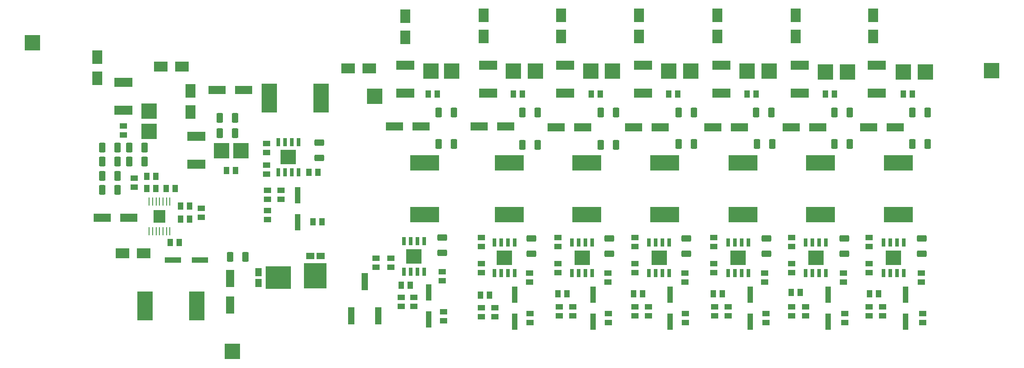
<source format=gtp>
G04 Layer_Color=8421504*
%FSLAX44Y44*%
%MOMM*%
G71*
G01*
G75*
%ADD10R,1.1900X3.3000*%
%ADD11R,1.6000X1.3000*%
%ADD12R,4.3000X4.8000*%
%ADD13R,1.3000X1.6000*%
%ADD14R,4.8000X4.3000*%
%ADD16O,0.2500X1.5500*%
%ADD17R,0.2500X1.5500*%
G04:AMPARAMS|DCode=18|XSize=1.397mm|YSize=1.0922mm|CornerRadius=0.2021mm|HoleSize=0mm|Usage=FLASHONLY|Rotation=90.000|XOffset=0mm|YOffset=0mm|HoleType=Round|Shape=RoundedRectangle|*
%AMROUNDEDRECTD18*
21,1,1.3970,0.6881,0,0,90.0*
21,1,0.9929,1.0922,0,0,90.0*
1,1,0.4041,0.3440,0.4964*
1,1,0.4041,0.3440,-0.4964*
1,1,0.4041,-0.3440,-0.4964*
1,1,0.4041,-0.3440,0.4964*
%
%ADD18ROUNDEDRECTD18*%
G04:AMPARAMS|DCode=19|XSize=1.397mm|YSize=1.0922mm|CornerRadius=0.2021mm|HoleSize=0mm|Usage=FLASHONLY|Rotation=180.000|XOffset=0mm|YOffset=0mm|HoleType=Round|Shape=RoundedRectangle|*
%AMROUNDEDRECTD19*
21,1,1.3970,0.6881,0,0,180.0*
21,1,0.9929,1.0922,0,0,180.0*
1,1,0.4041,-0.4964,0.3440*
1,1,0.4041,0.4964,0.3440*
1,1,0.4041,0.4964,-0.3440*
1,1,0.4041,-0.4964,-0.3440*
%
%ADD19ROUNDEDRECTD19*%
G04:AMPARAMS|DCode=20|XSize=1.8034mm|YSize=1.1938mm|CornerRadius=0.2029mm|HoleSize=0mm|Usage=FLASHONLY|Rotation=270.000|XOffset=0mm|YOffset=0mm|HoleType=Round|Shape=RoundedRectangle|*
%AMROUNDEDRECTD20*
21,1,1.8034,0.7879,0,0,270.0*
21,1,1.3975,1.1938,0,0,270.0*
1,1,0.4059,-0.3940,-0.6987*
1,1,0.4059,-0.3940,0.6987*
1,1,0.4059,0.3940,0.6987*
1,1,0.4059,0.3940,-0.6987*
%
%ADD20ROUNDEDRECTD20*%
G04:AMPARAMS|DCode=21|XSize=1.8034mm|YSize=1.1938mm|CornerRadius=0.2029mm|HoleSize=0mm|Usage=FLASHONLY|Rotation=0.000|XOffset=0mm|YOffset=0mm|HoleType=Round|Shape=RoundedRectangle|*
%AMROUNDEDRECTD21*
21,1,1.8034,0.7879,0,0,0.0*
21,1,1.3975,1.1938,0,0,0.0*
1,1,0.4059,0.6987,-0.3940*
1,1,0.4059,-0.6987,-0.3940*
1,1,0.4059,-0.6987,0.3940*
1,1,0.4059,0.6987,0.3940*
%
%ADD21ROUNDEDRECTD21*%
%ADD22R,3.5000X1.7800*%
%ADD23R,2.5000X1.9000*%
%ADD24R,1.9000X2.5000*%
%ADD25R,3.1500X1.0000*%
%ADD26R,1.0000X3.1500*%
%ADD27R,3.0000X3.0000*%
%ADD28R,3.0000X3.0000*%
%ADD29R,2.9000X5.4000*%
%ADD30R,5.4000X2.9000*%
%ADD31R,3.2000X1.6000*%
%ADD32R,1.6000X3.2000*%
%ADD33R,3.0000X2.7000*%
%ADD34R,0.7600X1.5000*%
%ADD51R,2.3100X2.4600*%
D10*
X731520Y715260D02*
D03*
X756920Y651260D02*
D03*
X706120D02*
D03*
D11*
X648810Y763940D02*
D03*
X628810D02*
D03*
D12*
X638810Y726440D02*
D03*
D13*
X531460Y732630D02*
D03*
Y712630D02*
D03*
D14*
X568960Y722630D02*
D03*
D16*
X365390Y866260D02*
D03*
X358890D02*
D03*
X352390D02*
D03*
X345890D02*
D03*
X339390D02*
D03*
X332890D02*
D03*
X326390D02*
D03*
X365390Y810260D02*
D03*
X358890D02*
D03*
X352390D02*
D03*
X345890D02*
D03*
X339390D02*
D03*
X332890D02*
D03*
D17*
X326390D02*
D03*
D18*
X383159Y788670D02*
D03*
X366141D02*
D03*
X402209Y857250D02*
D03*
X385191D02*
D03*
X1237361Y692150D02*
D03*
X1254379D02*
D03*
X1387221D02*
D03*
X1404239D02*
D03*
X1533271Y694690D02*
D03*
X1550289D02*
D03*
X1680591Y692150D02*
D03*
X1697609D02*
D03*
X949071Y689610D02*
D03*
X966089D02*
D03*
X1095121Y692150D02*
D03*
X1112139D02*
D03*
X643509Y920750D02*
D03*
X626491D02*
D03*
X800481Y708660D02*
D03*
X817499D02*
D03*
X321691Y913130D02*
D03*
X338709D02*
D03*
X358521Y890270D02*
D03*
X375539D02*
D03*
X385191Y833120D02*
D03*
X402209D02*
D03*
X338709Y890270D02*
D03*
X321691D02*
D03*
X1320419Y1068070D02*
D03*
X1303401D02*
D03*
X1467739D02*
D03*
X1450721D02*
D03*
X1615059D02*
D03*
X1598041D02*
D03*
X1761109D02*
D03*
X1744091D02*
D03*
X1028319D02*
D03*
X1011301D02*
D03*
X1174369D02*
D03*
X1157351D02*
D03*
X634111Y828040D02*
D03*
X651129D02*
D03*
X488569Y924560D02*
D03*
X471551D02*
D03*
X868299Y1068070D02*
D03*
X851281D02*
D03*
D19*
X424180Y853059D02*
D03*
Y836041D02*
D03*
X1333500Y714121D02*
D03*
Y731139D02*
D03*
X1264920Y650621D02*
D03*
Y667639D02*
D03*
X1483360Y714121D02*
D03*
Y731139D02*
D03*
X1414780Y650621D02*
D03*
Y667639D02*
D03*
X1631950Y714121D02*
D03*
Y731139D02*
D03*
X1560830Y650621D02*
D03*
Y667639D02*
D03*
X1778000Y714121D02*
D03*
Y731139D02*
D03*
X1705610Y650621D02*
D03*
Y667639D02*
D03*
X1041400Y714121D02*
D03*
Y731139D02*
D03*
X976630Y649351D02*
D03*
Y666369D02*
D03*
X1188720Y714121D02*
D03*
Y731139D02*
D03*
X1122680Y650621D02*
D03*
Y667639D02*
D03*
X548640Y870331D02*
D03*
Y887349D02*
D03*
X574040Y870331D02*
D03*
Y887349D02*
D03*
X877570Y716661D02*
D03*
Y733679D02*
D03*
X824230Y668401D02*
D03*
Y685419D02*
D03*
X278130Y990981D02*
D03*
Y1007999D02*
D03*
X298450Y893191D02*
D03*
Y910209D02*
D03*
X1334770Y637921D02*
D03*
Y654939D02*
D03*
X1239520Y798449D02*
D03*
Y781431D02*
D03*
Y667639D02*
D03*
Y650621D02*
D03*
Y748919D02*
D03*
Y731901D02*
D03*
X1485900Y637921D02*
D03*
Y654939D02*
D03*
X1388110Y798449D02*
D03*
Y781431D02*
D03*
X1389380Y667639D02*
D03*
Y650621D02*
D03*
X1388110Y748919D02*
D03*
Y731901D02*
D03*
X1634490Y637921D02*
D03*
Y654939D02*
D03*
X1534160Y798449D02*
D03*
Y781431D02*
D03*
Y667639D02*
D03*
Y650621D02*
D03*
Y748919D02*
D03*
Y731901D02*
D03*
X1780540Y637921D02*
D03*
Y654939D02*
D03*
X1680210Y798449D02*
D03*
Y781431D02*
D03*
Y667639D02*
D03*
Y650621D02*
D03*
Y748919D02*
D03*
Y731901D02*
D03*
X1042670Y654939D02*
D03*
Y637921D02*
D03*
X951230Y798068D02*
D03*
Y781050D02*
D03*
Y666369D02*
D03*
Y649351D02*
D03*
Y748919D02*
D03*
Y731901D02*
D03*
X1189990Y654939D02*
D03*
Y637921D02*
D03*
X1094740Y798449D02*
D03*
Y781431D02*
D03*
X1097280Y667639D02*
D03*
Y650621D02*
D03*
X1094740Y748919D02*
D03*
Y731901D02*
D03*
X547370Y974979D02*
D03*
Y957961D02*
D03*
X548640Y849249D02*
D03*
Y832231D02*
D03*
X547370Y934339D02*
D03*
Y917321D02*
D03*
X880110Y641731D02*
D03*
Y658749D02*
D03*
X753110Y759079D02*
D03*
Y742061D02*
D03*
X781050D02*
D03*
Y759079D02*
D03*
X800100Y668401D02*
D03*
Y685419D02*
D03*
D20*
X267208Y887730D02*
D03*
X238252D02*
D03*
X267208Y914400D02*
D03*
X238252D02*
D03*
X267208Y941070D02*
D03*
X238252D02*
D03*
X267208Y967740D02*
D03*
X238252D02*
D03*
X289052Y941070D02*
D03*
X318008D02*
D03*
X289052Y967740D02*
D03*
X318008D02*
D03*
X478282Y762000D02*
D03*
X507238D02*
D03*
X1321562Y1033780D02*
D03*
X1350518D02*
D03*
X1321562Y974090D02*
D03*
X1350518D02*
D03*
X1468882D02*
D03*
X1497838D02*
D03*
X1467612Y1033780D02*
D03*
X1496568D02*
D03*
X1614932D02*
D03*
X1643888D02*
D03*
X1614932Y974090D02*
D03*
X1643888D02*
D03*
X1760982D02*
D03*
X1789938D02*
D03*
X1760982Y1033780D02*
D03*
X1789938D02*
D03*
X1028192D02*
D03*
X1057148D02*
D03*
X1028192Y972820D02*
D03*
X1057148D02*
D03*
X1175512D02*
D03*
X1204468D02*
D03*
X1175512Y1033780D02*
D03*
X1204468D02*
D03*
X488188Y1023620D02*
D03*
X459232D02*
D03*
X488188Y994410D02*
D03*
X459232D02*
D03*
X870712Y1033780D02*
D03*
X899668D02*
D03*
X870712Y974090D02*
D03*
X899668D02*
D03*
D21*
X1336040Y796798D02*
D03*
Y767842D02*
D03*
X1487170Y796798D02*
D03*
Y767842D02*
D03*
X1633220Y796798D02*
D03*
Y767842D02*
D03*
X1779270Y796798D02*
D03*
Y767842D02*
D03*
X1045210Y796798D02*
D03*
Y767842D02*
D03*
X1191260Y796798D02*
D03*
Y767842D02*
D03*
X646430Y977138D02*
D03*
Y948182D02*
D03*
X877570Y798068D02*
D03*
Y769112D02*
D03*
D22*
X278130Y1090410D02*
D03*
Y1038110D02*
D03*
X1254760Y1122160D02*
D03*
Y1069860D02*
D03*
X1402080Y1122160D02*
D03*
Y1069860D02*
D03*
X1549400Y1122160D02*
D03*
Y1069860D02*
D03*
X1694180Y1122160D02*
D03*
Y1069860D02*
D03*
X963930Y1122160D02*
D03*
Y1069860D02*
D03*
X1108710Y1122160D02*
D03*
Y1069860D02*
D03*
X415290Y988810D02*
D03*
Y936510D02*
D03*
X807720Y1122160D02*
D03*
Y1069860D02*
D03*
D23*
X275910Y768350D02*
D03*
X315910D02*
D03*
X388300Y1120140D02*
D03*
X348300D02*
D03*
X740090Y1116330D02*
D03*
X700090D02*
D03*
D24*
X228600Y1137600D02*
D03*
Y1097600D02*
D03*
X1247140Y1216340D02*
D03*
Y1176340D02*
D03*
X1394460Y1216340D02*
D03*
Y1176340D02*
D03*
X1541780Y1216340D02*
D03*
Y1176340D02*
D03*
X1687830Y1216340D02*
D03*
Y1176340D02*
D03*
X955040Y1216340D02*
D03*
Y1176340D02*
D03*
X1101090Y1216340D02*
D03*
Y1176340D02*
D03*
X403860Y1074100D02*
D03*
Y1034100D02*
D03*
X807720Y1215070D02*
D03*
Y1175070D02*
D03*
D25*
X370990Y755650D02*
D03*
X421490D02*
D03*
D26*
X1305560Y690730D02*
D03*
Y640230D02*
D03*
X1456690Y690730D02*
D03*
Y640230D02*
D03*
X1602740Y690730D02*
D03*
Y640230D02*
D03*
X1748790Y690730D02*
D03*
Y640230D02*
D03*
X1013460Y690730D02*
D03*
Y640230D02*
D03*
X1160780Y690730D02*
D03*
Y640230D02*
D03*
X605790Y877420D02*
D03*
Y826920D02*
D03*
X852170Y694540D02*
D03*
Y644040D02*
D03*
D27*
X1910080Y1112520D02*
D03*
X326390Y998220D02*
D03*
Y1036320D02*
D03*
X482600Y584200D02*
D03*
X1344930Y1111250D02*
D03*
X1303020D02*
D03*
X1492250D02*
D03*
X1450340D02*
D03*
X1639570Y1109980D02*
D03*
X1785620D02*
D03*
X895350Y1111250D02*
D03*
D28*
X1597660Y1109980D02*
D03*
X1744091Y1109599D02*
D03*
X106680Y1164590D02*
D03*
X1052830Y1111250D02*
D03*
X1010920D02*
D03*
X1197610D02*
D03*
X1156970D02*
D03*
X750570Y1064260D02*
D03*
X499110Y961390D02*
D03*
X462280D02*
D03*
X855980Y1111250D02*
D03*
D29*
X415530Y669290D02*
D03*
X318530D02*
D03*
X649210Y1060450D02*
D03*
X552210D02*
D03*
D30*
X1295400Y841770D02*
D03*
Y938770D02*
D03*
X1442720Y841770D02*
D03*
Y938770D02*
D03*
X1588770Y841770D02*
D03*
Y938770D02*
D03*
X1734820Y841770D02*
D03*
Y938770D02*
D03*
X1003300Y841770D02*
D03*
Y938770D02*
D03*
X1149350Y841770D02*
D03*
Y938770D02*
D03*
X844550Y841770D02*
D03*
Y938770D02*
D03*
D31*
X287890Y835660D02*
D03*
X237890D02*
D03*
X1287380Y1005840D02*
D03*
X1237380D02*
D03*
X1435970D02*
D03*
X1385970D02*
D03*
X1583290D02*
D03*
X1533290D02*
D03*
X1729340D02*
D03*
X1679340D02*
D03*
X996550Y1007110D02*
D03*
X946550D02*
D03*
X1141330Y1005840D02*
D03*
X1091330D02*
D03*
X503790Y1075690D02*
D03*
X453790D02*
D03*
X837800Y1007110D02*
D03*
X787800D02*
D03*
D32*
X478790Y720960D02*
D03*
Y670960D02*
D03*
D33*
X1285240Y760170D02*
D03*
X1433830D02*
D03*
X1579880D02*
D03*
X1725930D02*
D03*
X994410D02*
D03*
X1140460D02*
D03*
X588010Y949400D02*
D03*
X824230Y762710D02*
D03*
D34*
X1266190Y731670D02*
D03*
X1278890D02*
D03*
X1291590D02*
D03*
X1304290D02*
D03*
X1266190Y788670D02*
D03*
X1278890D02*
D03*
X1291590D02*
D03*
X1304290D02*
D03*
X1452880D02*
D03*
X1440180D02*
D03*
X1427480D02*
D03*
X1414780D02*
D03*
X1452880Y731670D02*
D03*
X1440180D02*
D03*
X1427480D02*
D03*
X1414780D02*
D03*
X1560830D02*
D03*
X1573530D02*
D03*
X1586230D02*
D03*
X1598930D02*
D03*
X1560830Y788670D02*
D03*
X1573530D02*
D03*
X1586230D02*
D03*
X1598930D02*
D03*
X1744980D02*
D03*
X1732280D02*
D03*
X1719580D02*
D03*
X1706880D02*
D03*
X1744980Y731670D02*
D03*
X1732280D02*
D03*
X1719580D02*
D03*
X1706880D02*
D03*
X975360D02*
D03*
X988060D02*
D03*
X1000760D02*
D03*
X1013460D02*
D03*
X975360Y788670D02*
D03*
X988060D02*
D03*
X1000760D02*
D03*
X1013460D02*
D03*
X1159510D02*
D03*
X1146810D02*
D03*
X1134110D02*
D03*
X1121410D02*
D03*
X1159510Y731670D02*
D03*
X1146810D02*
D03*
X1134110D02*
D03*
X1121410D02*
D03*
X568960Y920900D02*
D03*
X581660D02*
D03*
X594360D02*
D03*
X607060D02*
D03*
X568960Y977900D02*
D03*
X581660D02*
D03*
X594360D02*
D03*
X607060D02*
D03*
X843280Y791210D02*
D03*
X830580D02*
D03*
X817880D02*
D03*
X805180D02*
D03*
X843280Y734210D02*
D03*
X830580D02*
D03*
X817880D02*
D03*
X805180D02*
D03*
D51*
X345890Y838260D02*
D03*
M02*

</source>
